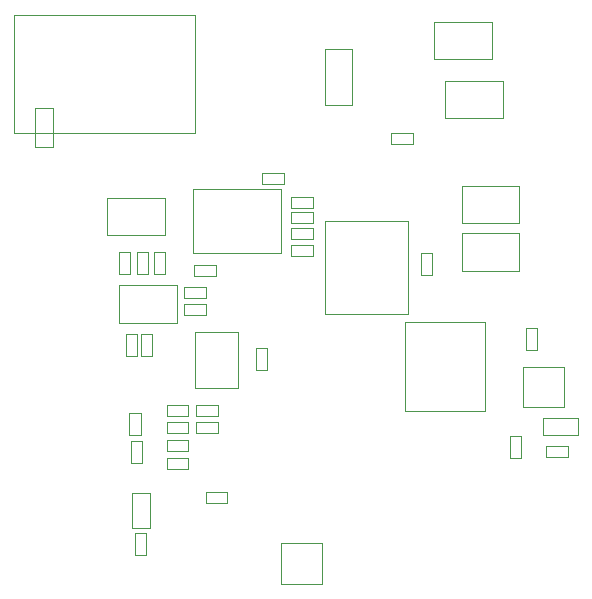
<source format=gbr>
G04 #@! TF.FileFunction,Other,User*
%FSLAX46Y46*%
G04 Gerber Fmt 4.6, Leading zero omitted, Abs format (unit mm)*
G04 Created by KiCad (PCBNEW 4.0.5+dfsg1-4) date Tue Aug 14 14:25:04 2018*
%MOMM*%
%LPD*%
G01*
G04 APERTURE LIST*
%ADD10C,0.100000*%
%ADD11C,0.050000*%
G04 APERTURE END LIST*
D10*
D11*
X57550000Y-98020000D02*
X57550000Y-101180000D01*
X57550000Y-101180000D02*
X62450000Y-101180000D01*
X62450000Y-101180000D02*
X62450000Y-98020000D01*
X62450000Y-98020000D02*
X57550000Y-98020000D01*
X60970000Y-102570000D02*
X60030000Y-102570000D01*
X60030000Y-102570000D02*
X60030000Y-104430000D01*
X60030000Y-104430000D02*
X60970000Y-104430000D01*
X60970000Y-104430000D02*
X60970000Y-102570000D01*
X59130000Y-111430000D02*
X60070000Y-111430000D01*
X60070000Y-111430000D02*
X60070000Y-109570000D01*
X60070000Y-109570000D02*
X59130000Y-109570000D01*
X59130000Y-109570000D02*
X59130000Y-111430000D01*
X58550000Y-105420000D02*
X58550000Y-108580000D01*
X58550000Y-108580000D02*
X63450000Y-108580000D01*
X63450000Y-108580000D02*
X63450000Y-105420000D01*
X63450000Y-105420000D02*
X58550000Y-105420000D01*
X64868700Y-103670000D02*
X64868700Y-104610000D01*
X64868700Y-104610000D02*
X66728700Y-104610000D01*
X66728700Y-104610000D02*
X66728700Y-103670000D01*
X66728700Y-103670000D02*
X64868700Y-103670000D01*
X65930000Y-107970000D02*
X65930000Y-107030000D01*
X65930000Y-107030000D02*
X64070000Y-107030000D01*
X64070000Y-107030000D02*
X64070000Y-107970000D01*
X64070000Y-107970000D02*
X65930000Y-107970000D01*
X60430000Y-111430000D02*
X61370000Y-111430000D01*
X61370000Y-111430000D02*
X61370000Y-109570000D01*
X61370000Y-109570000D02*
X60430000Y-109570000D01*
X60430000Y-109570000D02*
X60430000Y-111430000D01*
X65930000Y-106470000D02*
X65930000Y-105530000D01*
X65930000Y-105530000D02*
X64070000Y-105530000D01*
X64070000Y-105530000D02*
X64070000Y-106470000D01*
X64070000Y-106470000D02*
X65930000Y-106470000D01*
X71070000Y-110770000D02*
X70130000Y-110770000D01*
X70130000Y-110770000D02*
X70130000Y-112630000D01*
X70130000Y-112630000D02*
X71070000Y-112630000D01*
X71070000Y-112630000D02*
X71070000Y-110770000D01*
X73070000Y-99230000D02*
X73070000Y-100170000D01*
X73070000Y-100170000D02*
X74930000Y-100170000D01*
X74930000Y-100170000D02*
X74930000Y-99230000D01*
X74930000Y-99230000D02*
X73070000Y-99230000D01*
X87550000Y-97020000D02*
X87550000Y-100180000D01*
X87550000Y-100180000D02*
X92450000Y-100180000D01*
X92450000Y-100180000D02*
X92450000Y-97020000D01*
X92450000Y-97020000D02*
X87550000Y-97020000D01*
X87550000Y-101020000D02*
X87550000Y-104180000D01*
X87550000Y-104180000D02*
X92450000Y-104180000D01*
X92450000Y-104180000D02*
X92450000Y-101020000D01*
X92450000Y-101020000D02*
X87550000Y-101020000D01*
X86150000Y-88120000D02*
X86150000Y-91280000D01*
X86150000Y-91280000D02*
X91050000Y-91280000D01*
X91050000Y-91280000D02*
X91050000Y-88120000D01*
X91050000Y-88120000D02*
X86150000Y-88120000D01*
X85250000Y-83120000D02*
X85250000Y-86280000D01*
X85250000Y-86280000D02*
X90150000Y-86280000D01*
X90150000Y-86280000D02*
X90150000Y-83120000D01*
X90150000Y-83120000D02*
X85250000Y-83120000D01*
X62570000Y-117030000D02*
X62570000Y-117970000D01*
X62570000Y-117970000D02*
X64430000Y-117970000D01*
X64430000Y-117970000D02*
X64430000Y-117030000D01*
X64430000Y-117030000D02*
X62570000Y-117030000D01*
X64430000Y-119470000D02*
X64430000Y-118530000D01*
X64430000Y-118530000D02*
X62570000Y-118530000D01*
X62570000Y-118530000D02*
X62570000Y-119470000D01*
X62570000Y-119470000D02*
X64430000Y-119470000D01*
X62570000Y-115531800D02*
X62570000Y-116471800D01*
X62570000Y-116471800D02*
X64430000Y-116471800D01*
X64430000Y-116471800D02*
X64430000Y-115531800D01*
X64430000Y-115531800D02*
X62570000Y-115531800D01*
X65870000Y-122930000D02*
X65870000Y-123870000D01*
X65870000Y-123870000D02*
X67730000Y-123870000D01*
X67730000Y-123870000D02*
X67730000Y-122930000D01*
X67730000Y-122930000D02*
X65870000Y-122930000D01*
X74930000Y-102970000D02*
X74930000Y-102030000D01*
X74930000Y-102030000D02*
X73070000Y-102030000D01*
X73070000Y-102030000D02*
X73070000Y-102970000D01*
X73070000Y-102970000D02*
X74930000Y-102970000D01*
X59470000Y-102570000D02*
X58530000Y-102570000D01*
X58530000Y-102570000D02*
X58530000Y-104430000D01*
X58530000Y-104430000D02*
X59470000Y-104430000D01*
X59470000Y-104430000D02*
X59470000Y-102570000D01*
X75950000Y-85450000D02*
X75950000Y-90150000D01*
X75950000Y-90150000D02*
X78250000Y-90150000D01*
X78250000Y-90150000D02*
X78250000Y-85450000D01*
X75950000Y-85450000D02*
X78250000Y-85450000D01*
X94420000Y-116670000D02*
X94420000Y-118130000D01*
X94420000Y-118130000D02*
X97380000Y-118130000D01*
X97380000Y-118130000D02*
X97380000Y-116670000D01*
X97380000Y-116670000D02*
X94420000Y-116670000D01*
X61130000Y-123020000D02*
X59670000Y-123020000D01*
X59670000Y-123020000D02*
X59670000Y-125980000D01*
X59670000Y-125980000D02*
X61130000Y-125980000D01*
X61130000Y-125980000D02*
X61130000Y-123020000D01*
X82744100Y-108543400D02*
X89544100Y-108543400D01*
X89544100Y-108543400D02*
X89544100Y-116043400D01*
X89544100Y-116043400D02*
X82744100Y-116043400D01*
X82744100Y-116043400D02*
X82744100Y-108543400D01*
X92750000Y-112300000D02*
X92750000Y-115700000D01*
X92750000Y-115700000D02*
X96250000Y-115700000D01*
X96250000Y-115700000D02*
X96250000Y-112300000D01*
X96250000Y-112300000D02*
X92750000Y-112300000D01*
X75700000Y-127250000D02*
X72300000Y-127250000D01*
X72300000Y-127250000D02*
X72300000Y-130750000D01*
X72300000Y-130750000D02*
X75700000Y-130750000D01*
X75700000Y-130750000D02*
X75700000Y-127250000D01*
X61530000Y-104430000D02*
X62470000Y-104430000D01*
X62470000Y-104430000D02*
X62470000Y-102570000D01*
X62470000Y-102570000D02*
X61530000Y-102570000D01*
X61530000Y-102570000D02*
X61530000Y-104430000D01*
X73070000Y-100530000D02*
X73070000Y-101470000D01*
X73070000Y-101470000D02*
X74930000Y-101470000D01*
X74930000Y-101470000D02*
X74930000Y-100530000D01*
X74930000Y-100530000D02*
X73070000Y-100530000D01*
X70670000Y-95930000D02*
X70670000Y-96870000D01*
X70670000Y-96870000D02*
X72530000Y-96870000D01*
X72530000Y-96870000D02*
X72530000Y-95930000D01*
X72530000Y-95930000D02*
X70670000Y-95930000D01*
X74930000Y-98870000D02*
X74930000Y-97930000D01*
X74930000Y-97930000D02*
X73070000Y-97930000D01*
X73070000Y-97930000D02*
X73070000Y-98870000D01*
X73070000Y-98870000D02*
X74930000Y-98870000D01*
X93970000Y-109070000D02*
X93030000Y-109070000D01*
X93030000Y-109070000D02*
X93030000Y-110930000D01*
X93030000Y-110930000D02*
X93970000Y-110930000D01*
X93970000Y-110930000D02*
X93970000Y-109070000D01*
X92557700Y-118221400D02*
X91617700Y-118221400D01*
X91617700Y-118221400D02*
X91617700Y-120081400D01*
X91617700Y-120081400D02*
X92557700Y-120081400D01*
X92557700Y-120081400D02*
X92557700Y-118221400D01*
X81570000Y-92530000D02*
X81570000Y-93470000D01*
X81570000Y-93470000D02*
X83430000Y-93470000D01*
X83430000Y-93470000D02*
X83430000Y-92530000D01*
X83430000Y-92530000D02*
X81570000Y-92530000D01*
X66930000Y-117970000D02*
X66930000Y-117030000D01*
X66930000Y-117030000D02*
X65070000Y-117030000D01*
X65070000Y-117030000D02*
X65070000Y-117970000D01*
X65070000Y-117970000D02*
X66930000Y-117970000D01*
X64430000Y-120970000D02*
X64430000Y-120030000D01*
X64430000Y-120030000D02*
X62570000Y-120030000D01*
X62570000Y-120030000D02*
X62570000Y-120970000D01*
X62570000Y-120970000D02*
X64430000Y-120970000D01*
X66930000Y-116470000D02*
X66930000Y-115530000D01*
X66930000Y-115530000D02*
X65070000Y-115530000D01*
X65070000Y-115530000D02*
X65070000Y-116470000D01*
X65070000Y-116470000D02*
X66930000Y-116470000D01*
X84130000Y-104530000D02*
X85070000Y-104530000D01*
X85070000Y-104530000D02*
X85070000Y-102670000D01*
X85070000Y-102670000D02*
X84130000Y-102670000D01*
X84130000Y-102670000D02*
X84130000Y-104530000D01*
X60370000Y-116270000D02*
X59430000Y-116270000D01*
X59430000Y-116270000D02*
X59430000Y-118130000D01*
X59430000Y-118130000D02*
X60370000Y-118130000D01*
X60370000Y-118130000D02*
X60370000Y-116270000D01*
X59530000Y-120430000D02*
X60470000Y-120430000D01*
X60470000Y-120430000D02*
X60470000Y-118570000D01*
X60470000Y-118570000D02*
X59530000Y-118570000D01*
X59530000Y-118570000D02*
X59530000Y-120430000D01*
X96530000Y-119970000D02*
X96530000Y-119030000D01*
X96530000Y-119030000D02*
X94670000Y-119030000D01*
X94670000Y-119030000D02*
X94670000Y-119970000D01*
X94670000Y-119970000D02*
X96530000Y-119970000D01*
X59930000Y-128230000D02*
X60870000Y-128230000D01*
X60870000Y-128230000D02*
X60870000Y-126370000D01*
X60870000Y-126370000D02*
X59930000Y-126370000D01*
X59930000Y-126370000D02*
X59930000Y-128230000D01*
X68602000Y-114114600D02*
X68602000Y-109354600D01*
X68602000Y-114114600D02*
X65002000Y-114114600D01*
X65002000Y-109354600D02*
X68602000Y-109354600D01*
X65002000Y-109354600D02*
X65002000Y-114114600D01*
X52930000Y-90450000D02*
X51470000Y-90450000D01*
X51470000Y-90450000D02*
X51470000Y-93750000D01*
X51470000Y-93750000D02*
X52930000Y-93750000D01*
X52930000Y-93750000D02*
X52930000Y-90450000D01*
X49690000Y-82500000D02*
X49690000Y-92500000D01*
X49690000Y-82500000D02*
X64940000Y-82500000D01*
X64940000Y-92500000D02*
X49690000Y-92500000D01*
X64940000Y-82500000D02*
X64940000Y-92500000D01*
X75950000Y-99950000D02*
X83050000Y-99950000D01*
X75950000Y-107850000D02*
X83050000Y-107850000D01*
X75950000Y-99950000D02*
X75950000Y-107850000D01*
X83050000Y-99950000D02*
X83050000Y-107850000D01*
X64770000Y-102700000D02*
X64770000Y-97300000D01*
X72230000Y-102700000D02*
X72230000Y-97300000D01*
X64770000Y-102700000D02*
X72230000Y-102700000D01*
X64770000Y-97300000D02*
X72230000Y-97300000D01*
M02*

</source>
